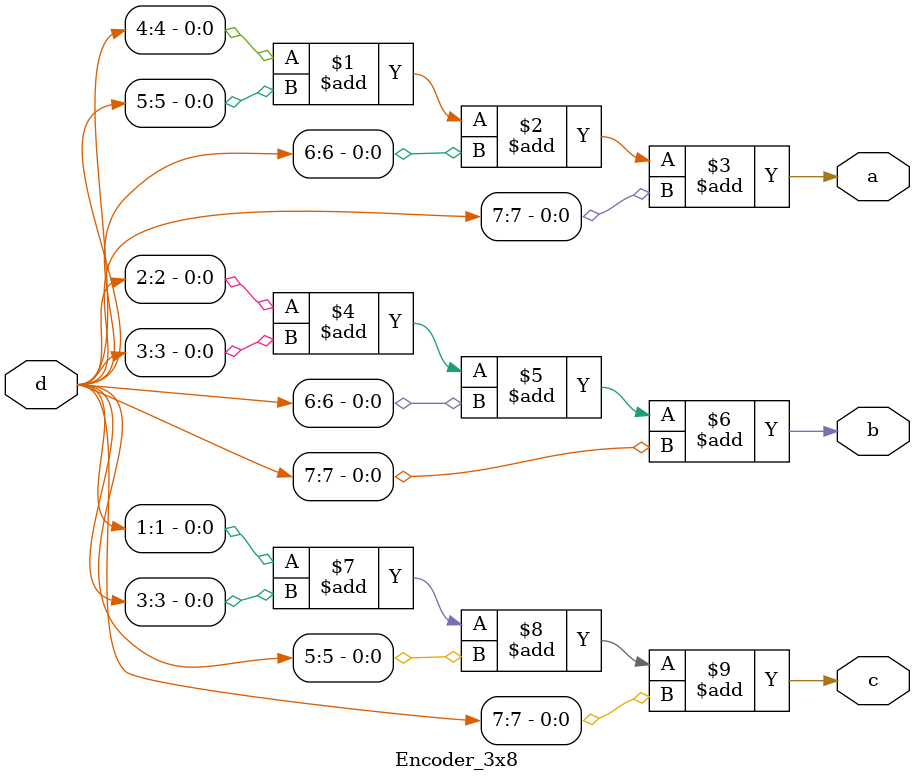
<source format=v>
`timescale 1ns / 1ps

module Encoder_3x8(d,a,b,c);
input [7:0] d;
output a,b,c;
  assign a= d[4]+d[5]+d[6]+d[7                  ];
  assign b= d[2]+d[3]+d[6]+d[7];         
assign c= d[1]+d[3]+d[5]+d[7];
endmodule

</source>
